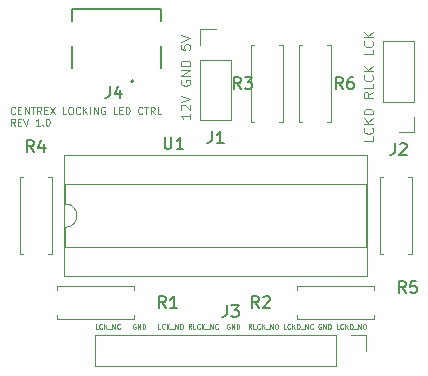
<source format=gbr>
G04 #@! TF.GenerationSoftware,KiCad,Pcbnew,(5.1.4)-1*
G04 #@! TF.CreationDate,2019-09-17T16:39:36-04:00*
G04 #@! TF.ProjectId,led_lock_ctrl,6c65645f-6c6f-4636-9b5f-6374726c2e6b,rev?*
G04 #@! TF.SameCoordinates,Original*
G04 #@! TF.FileFunction,Legend,Top*
G04 #@! TF.FilePolarity,Positive*
%FSLAX46Y46*%
G04 Gerber Fmt 4.6, Leading zero omitted, Abs format (unit mm)*
G04 Created by KiCad (PCBNEW (5.1.4)-1) date 2019-09-17 16:39:36*
%MOMM*%
%LPD*%
G04 APERTURE LIST*
%ADD10C,0.080000*%
%ADD11C,0.060000*%
%ADD12C,0.120000*%
%ADD13C,0.127000*%
%ADD14C,0.200000*%
%ADD15C,0.150000*%
%ADD16C,0.050000*%
G04 APERTURE END LIST*
D10*
X164367714Y-96498285D02*
X164339142Y-96526857D01*
X164253428Y-96555428D01*
X164196285Y-96555428D01*
X164110571Y-96526857D01*
X164053428Y-96469714D01*
X164024857Y-96412571D01*
X163996285Y-96298285D01*
X163996285Y-96212571D01*
X164024857Y-96098285D01*
X164053428Y-96041142D01*
X164110571Y-95984000D01*
X164196285Y-95955428D01*
X164253428Y-95955428D01*
X164339142Y-95984000D01*
X164367714Y-96012571D01*
X164624857Y-96241142D02*
X164824857Y-96241142D01*
X164910571Y-96555428D02*
X164624857Y-96555428D01*
X164624857Y-95955428D01*
X164910571Y-95955428D01*
X165167714Y-96555428D02*
X165167714Y-95955428D01*
X165510571Y-96555428D01*
X165510571Y-95955428D01*
X165710571Y-95955428D02*
X166053428Y-95955428D01*
X165882000Y-96555428D02*
X165882000Y-95955428D01*
X166596285Y-96555428D02*
X166396285Y-96269714D01*
X166253428Y-96555428D02*
X166253428Y-95955428D01*
X166482000Y-95955428D01*
X166539142Y-95984000D01*
X166567714Y-96012571D01*
X166596285Y-96069714D01*
X166596285Y-96155428D01*
X166567714Y-96212571D01*
X166539142Y-96241142D01*
X166482000Y-96269714D01*
X166253428Y-96269714D01*
X166853428Y-96241142D02*
X167053428Y-96241142D01*
X167139142Y-96555428D02*
X166853428Y-96555428D01*
X166853428Y-95955428D01*
X167139142Y-95955428D01*
X167339142Y-95955428D02*
X167739142Y-96555428D01*
X167739142Y-95955428D02*
X167339142Y-96555428D01*
X168710571Y-96555428D02*
X168424857Y-96555428D01*
X168424857Y-95955428D01*
X169024857Y-95955428D02*
X169139142Y-95955428D01*
X169196285Y-95984000D01*
X169253428Y-96041142D01*
X169282000Y-96155428D01*
X169282000Y-96355428D01*
X169253428Y-96469714D01*
X169196285Y-96526857D01*
X169139142Y-96555428D01*
X169024857Y-96555428D01*
X168967714Y-96526857D01*
X168910571Y-96469714D01*
X168882000Y-96355428D01*
X168882000Y-96155428D01*
X168910571Y-96041142D01*
X168967714Y-95984000D01*
X169024857Y-95955428D01*
X169882000Y-96498285D02*
X169853428Y-96526857D01*
X169767714Y-96555428D01*
X169710571Y-96555428D01*
X169624857Y-96526857D01*
X169567714Y-96469714D01*
X169539142Y-96412571D01*
X169510571Y-96298285D01*
X169510571Y-96212571D01*
X169539142Y-96098285D01*
X169567714Y-96041142D01*
X169624857Y-95984000D01*
X169710571Y-95955428D01*
X169767714Y-95955428D01*
X169853428Y-95984000D01*
X169882000Y-96012571D01*
X170139142Y-96555428D02*
X170139142Y-95955428D01*
X170482000Y-96555428D02*
X170224857Y-96212571D01*
X170482000Y-95955428D02*
X170139142Y-96298285D01*
X170739142Y-96555428D02*
X170739142Y-95955428D01*
X171024857Y-96555428D02*
X171024857Y-95955428D01*
X171367714Y-96555428D01*
X171367714Y-95955428D01*
X171967714Y-95984000D02*
X171910571Y-95955428D01*
X171824857Y-95955428D01*
X171739142Y-95984000D01*
X171682000Y-96041142D01*
X171653428Y-96098285D01*
X171624857Y-96212571D01*
X171624857Y-96298285D01*
X171653428Y-96412571D01*
X171682000Y-96469714D01*
X171739142Y-96526857D01*
X171824857Y-96555428D01*
X171882000Y-96555428D01*
X171967714Y-96526857D01*
X171996285Y-96498285D01*
X171996285Y-96298285D01*
X171882000Y-96298285D01*
X172996285Y-96555428D02*
X172710571Y-96555428D01*
X172710571Y-95955428D01*
X173196285Y-96241142D02*
X173396285Y-96241142D01*
X173482000Y-96555428D02*
X173196285Y-96555428D01*
X173196285Y-95955428D01*
X173482000Y-95955428D01*
X173739142Y-96555428D02*
X173739142Y-95955428D01*
X173882000Y-95955428D01*
X173967714Y-95984000D01*
X174024857Y-96041142D01*
X174053428Y-96098285D01*
X174082000Y-96212571D01*
X174082000Y-96298285D01*
X174053428Y-96412571D01*
X174024857Y-96469714D01*
X173967714Y-96526857D01*
X173882000Y-96555428D01*
X173739142Y-96555428D01*
X175139142Y-96498285D02*
X175110571Y-96526857D01*
X175024857Y-96555428D01*
X174967714Y-96555428D01*
X174882000Y-96526857D01*
X174824857Y-96469714D01*
X174796285Y-96412571D01*
X174767714Y-96298285D01*
X174767714Y-96212571D01*
X174796285Y-96098285D01*
X174824857Y-96041142D01*
X174882000Y-95984000D01*
X174967714Y-95955428D01*
X175024857Y-95955428D01*
X175110571Y-95984000D01*
X175139142Y-96012571D01*
X175310571Y-95955428D02*
X175653428Y-95955428D01*
X175482000Y-96555428D02*
X175482000Y-95955428D01*
X176196285Y-96555428D02*
X175996285Y-96269714D01*
X175853428Y-96555428D02*
X175853428Y-95955428D01*
X176082000Y-95955428D01*
X176139142Y-95984000D01*
X176167714Y-96012571D01*
X176196285Y-96069714D01*
X176196285Y-96155428D01*
X176167714Y-96212571D01*
X176139142Y-96241142D01*
X176082000Y-96269714D01*
X175853428Y-96269714D01*
X176739142Y-96555428D02*
X176453428Y-96555428D01*
X176453428Y-95955428D01*
X164367714Y-97535428D02*
X164167714Y-97249714D01*
X164024857Y-97535428D02*
X164024857Y-96935428D01*
X164253428Y-96935428D01*
X164310571Y-96964000D01*
X164339142Y-96992571D01*
X164367714Y-97049714D01*
X164367714Y-97135428D01*
X164339142Y-97192571D01*
X164310571Y-97221142D01*
X164253428Y-97249714D01*
X164024857Y-97249714D01*
X164624857Y-97221142D02*
X164824857Y-97221142D01*
X164910571Y-97535428D02*
X164624857Y-97535428D01*
X164624857Y-96935428D01*
X164910571Y-96935428D01*
X165082000Y-96935428D02*
X165282000Y-97535428D01*
X165482000Y-96935428D01*
X166453428Y-97535428D02*
X166110571Y-97535428D01*
X166282000Y-97535428D02*
X166282000Y-96935428D01*
X166224857Y-97021142D01*
X166167714Y-97078285D01*
X166110571Y-97106857D01*
X166710571Y-97478285D02*
X166739142Y-97506857D01*
X166710571Y-97535428D01*
X166682000Y-97506857D01*
X166710571Y-97478285D01*
X166710571Y-97535428D01*
X167110571Y-96935428D02*
X167167714Y-96935428D01*
X167224857Y-96964000D01*
X167253428Y-96992571D01*
X167282000Y-97049714D01*
X167310571Y-97164000D01*
X167310571Y-97306857D01*
X167282000Y-97421142D01*
X167253428Y-97478285D01*
X167224857Y-97506857D01*
X167167714Y-97535428D01*
X167110571Y-97535428D01*
X167053428Y-97506857D01*
X167024857Y-97478285D01*
X166996285Y-97421142D01*
X166967714Y-97306857D01*
X166967714Y-97164000D01*
X166996285Y-97049714D01*
X167024857Y-96992571D01*
X167053428Y-96964000D01*
X167110571Y-96935428D01*
D11*
X171378380Y-114734952D02*
X171187904Y-114734952D01*
X171187904Y-114334952D01*
X171740285Y-114696857D02*
X171721238Y-114715904D01*
X171664095Y-114734952D01*
X171626000Y-114734952D01*
X171568857Y-114715904D01*
X171530761Y-114677809D01*
X171511714Y-114639714D01*
X171492666Y-114563523D01*
X171492666Y-114506380D01*
X171511714Y-114430190D01*
X171530761Y-114392095D01*
X171568857Y-114354000D01*
X171626000Y-114334952D01*
X171664095Y-114334952D01*
X171721238Y-114354000D01*
X171740285Y-114373047D01*
X171911714Y-114734952D02*
X171911714Y-114334952D01*
X172140285Y-114734952D02*
X171968857Y-114506380D01*
X172140285Y-114334952D02*
X171911714Y-114563523D01*
X172216476Y-114773047D02*
X172521238Y-114773047D01*
X172616476Y-114734952D02*
X172616476Y-114334952D01*
X172845047Y-114734952D01*
X172845047Y-114334952D01*
X173264095Y-114696857D02*
X173245047Y-114715904D01*
X173187904Y-114734952D01*
X173149809Y-114734952D01*
X173092666Y-114715904D01*
X173054571Y-114677809D01*
X173035523Y-114639714D01*
X173016476Y-114563523D01*
X173016476Y-114506380D01*
X173035523Y-114430190D01*
X173054571Y-114392095D01*
X173092666Y-114354000D01*
X173149809Y-114334952D01*
X173187904Y-114334952D01*
X173245047Y-114354000D01*
X173264095Y-114373047D01*
X174559333Y-114354000D02*
X174521238Y-114334952D01*
X174464095Y-114334952D01*
X174406952Y-114354000D01*
X174368857Y-114392095D01*
X174349809Y-114430190D01*
X174330761Y-114506380D01*
X174330761Y-114563523D01*
X174349809Y-114639714D01*
X174368857Y-114677809D01*
X174406952Y-114715904D01*
X174464095Y-114734952D01*
X174502190Y-114734952D01*
X174559333Y-114715904D01*
X174578380Y-114696857D01*
X174578380Y-114563523D01*
X174502190Y-114563523D01*
X174749809Y-114734952D02*
X174749809Y-114334952D01*
X174978380Y-114734952D01*
X174978380Y-114334952D01*
X175168857Y-114734952D02*
X175168857Y-114334952D01*
X175264095Y-114334952D01*
X175321238Y-114354000D01*
X175359333Y-114392095D01*
X175378380Y-114430190D01*
X175397428Y-114506380D01*
X175397428Y-114563523D01*
X175378380Y-114639714D01*
X175359333Y-114677809D01*
X175321238Y-114715904D01*
X175264095Y-114734952D01*
X175168857Y-114734952D01*
X176673619Y-114734952D02*
X176483142Y-114734952D01*
X176483142Y-114334952D01*
X177035523Y-114696857D02*
X177016476Y-114715904D01*
X176959333Y-114734952D01*
X176921238Y-114734952D01*
X176864095Y-114715904D01*
X176826000Y-114677809D01*
X176806952Y-114639714D01*
X176787904Y-114563523D01*
X176787904Y-114506380D01*
X176806952Y-114430190D01*
X176826000Y-114392095D01*
X176864095Y-114354000D01*
X176921238Y-114334952D01*
X176959333Y-114334952D01*
X177016476Y-114354000D01*
X177035523Y-114373047D01*
X177206952Y-114734952D02*
X177206952Y-114334952D01*
X177435523Y-114734952D02*
X177264095Y-114506380D01*
X177435523Y-114334952D02*
X177206952Y-114563523D01*
X177511714Y-114773047D02*
X177816476Y-114773047D01*
X177911714Y-114734952D02*
X177911714Y-114334952D01*
X178140285Y-114734952D01*
X178140285Y-114334952D01*
X178406952Y-114334952D02*
X178483142Y-114334952D01*
X178521238Y-114354000D01*
X178559333Y-114392095D01*
X178578380Y-114468285D01*
X178578380Y-114601619D01*
X178559333Y-114677809D01*
X178521238Y-114715904D01*
X178483142Y-114734952D01*
X178406952Y-114734952D01*
X178368857Y-114715904D01*
X178330761Y-114677809D01*
X178311714Y-114601619D01*
X178311714Y-114468285D01*
X178330761Y-114392095D01*
X178368857Y-114354000D01*
X178406952Y-114334952D01*
X179283142Y-114734952D02*
X179149809Y-114544476D01*
X179054571Y-114734952D02*
X179054571Y-114334952D01*
X179206952Y-114334952D01*
X179245047Y-114354000D01*
X179264095Y-114373047D01*
X179283142Y-114411142D01*
X179283142Y-114468285D01*
X179264095Y-114506380D01*
X179245047Y-114525428D01*
X179206952Y-114544476D01*
X179054571Y-114544476D01*
X179645047Y-114734952D02*
X179454571Y-114734952D01*
X179454571Y-114334952D01*
X180006952Y-114696857D02*
X179987904Y-114715904D01*
X179930761Y-114734952D01*
X179892666Y-114734952D01*
X179835523Y-114715904D01*
X179797428Y-114677809D01*
X179778380Y-114639714D01*
X179759333Y-114563523D01*
X179759333Y-114506380D01*
X179778380Y-114430190D01*
X179797428Y-114392095D01*
X179835523Y-114354000D01*
X179892666Y-114334952D01*
X179930761Y-114334952D01*
X179987904Y-114354000D01*
X180006952Y-114373047D01*
X180178380Y-114734952D02*
X180178380Y-114334952D01*
X180406952Y-114734952D02*
X180235523Y-114506380D01*
X180406952Y-114334952D02*
X180178380Y-114563523D01*
X180483142Y-114773047D02*
X180787904Y-114773047D01*
X180883142Y-114734952D02*
X180883142Y-114334952D01*
X181111714Y-114734952D01*
X181111714Y-114334952D01*
X181530761Y-114696857D02*
X181511714Y-114715904D01*
X181454571Y-114734952D01*
X181416476Y-114734952D01*
X181359333Y-114715904D01*
X181321238Y-114677809D01*
X181302190Y-114639714D01*
X181283142Y-114563523D01*
X181283142Y-114506380D01*
X181302190Y-114430190D01*
X181321238Y-114392095D01*
X181359333Y-114354000D01*
X181416476Y-114334952D01*
X181454571Y-114334952D01*
X181511714Y-114354000D01*
X181530761Y-114373047D01*
X182521238Y-114354000D02*
X182483142Y-114334952D01*
X182426000Y-114334952D01*
X182368857Y-114354000D01*
X182330761Y-114392095D01*
X182311714Y-114430190D01*
X182292666Y-114506380D01*
X182292666Y-114563523D01*
X182311714Y-114639714D01*
X182330761Y-114677809D01*
X182368857Y-114715904D01*
X182426000Y-114734952D01*
X182464095Y-114734952D01*
X182521238Y-114715904D01*
X182540285Y-114696857D01*
X182540285Y-114563523D01*
X182464095Y-114563523D01*
X182711714Y-114734952D02*
X182711714Y-114334952D01*
X182940285Y-114734952D01*
X182940285Y-114334952D01*
X183130761Y-114734952D02*
X183130761Y-114334952D01*
X183226000Y-114334952D01*
X183283142Y-114354000D01*
X183321238Y-114392095D01*
X183340285Y-114430190D01*
X183359333Y-114506380D01*
X183359333Y-114563523D01*
X183340285Y-114639714D01*
X183321238Y-114677809D01*
X183283142Y-114715904D01*
X183226000Y-114734952D01*
X183130761Y-114734952D01*
X184368857Y-114734952D02*
X184235523Y-114544476D01*
X184140285Y-114734952D02*
X184140285Y-114334952D01*
X184292666Y-114334952D01*
X184330761Y-114354000D01*
X184349809Y-114373047D01*
X184368857Y-114411142D01*
X184368857Y-114468285D01*
X184349809Y-114506380D01*
X184330761Y-114525428D01*
X184292666Y-114544476D01*
X184140285Y-114544476D01*
X184730761Y-114734952D02*
X184540285Y-114734952D01*
X184540285Y-114334952D01*
X185092666Y-114696857D02*
X185073619Y-114715904D01*
X185016476Y-114734952D01*
X184978380Y-114734952D01*
X184921238Y-114715904D01*
X184883142Y-114677809D01*
X184864095Y-114639714D01*
X184845047Y-114563523D01*
X184845047Y-114506380D01*
X184864095Y-114430190D01*
X184883142Y-114392095D01*
X184921238Y-114354000D01*
X184978380Y-114334952D01*
X185016476Y-114334952D01*
X185073619Y-114354000D01*
X185092666Y-114373047D01*
X185264095Y-114734952D02*
X185264095Y-114334952D01*
X185492666Y-114734952D02*
X185321238Y-114506380D01*
X185492666Y-114334952D02*
X185264095Y-114563523D01*
X185568857Y-114773047D02*
X185873619Y-114773047D01*
X185968857Y-114734952D02*
X185968857Y-114334952D01*
X186197428Y-114734952D01*
X186197428Y-114334952D01*
X186464095Y-114334952D02*
X186540285Y-114334952D01*
X186578380Y-114354000D01*
X186616476Y-114392095D01*
X186635523Y-114468285D01*
X186635523Y-114601619D01*
X186616476Y-114677809D01*
X186578380Y-114715904D01*
X186540285Y-114734952D01*
X186464095Y-114734952D01*
X186426000Y-114715904D01*
X186387904Y-114677809D01*
X186368857Y-114601619D01*
X186368857Y-114468285D01*
X186387904Y-114392095D01*
X186426000Y-114354000D01*
X186464095Y-114334952D01*
X187302190Y-114734952D02*
X187111714Y-114734952D01*
X187111714Y-114334952D01*
X187664095Y-114696857D02*
X187645047Y-114715904D01*
X187587904Y-114734952D01*
X187549809Y-114734952D01*
X187492666Y-114715904D01*
X187454571Y-114677809D01*
X187435523Y-114639714D01*
X187416476Y-114563523D01*
X187416476Y-114506380D01*
X187435523Y-114430190D01*
X187454571Y-114392095D01*
X187492666Y-114354000D01*
X187549809Y-114334952D01*
X187587904Y-114334952D01*
X187645047Y-114354000D01*
X187664095Y-114373047D01*
X187835523Y-114734952D02*
X187835523Y-114334952D01*
X188064095Y-114734952D02*
X187892666Y-114506380D01*
X188064095Y-114334952D02*
X187835523Y-114563523D01*
X188235523Y-114734952D02*
X188235523Y-114334952D01*
X188330761Y-114334952D01*
X188387904Y-114354000D01*
X188426000Y-114392095D01*
X188445047Y-114430190D01*
X188464095Y-114506380D01*
X188464095Y-114563523D01*
X188445047Y-114639714D01*
X188426000Y-114677809D01*
X188387904Y-114715904D01*
X188330761Y-114734952D01*
X188235523Y-114734952D01*
X188540285Y-114773047D02*
X188845047Y-114773047D01*
X188940285Y-114734952D02*
X188940285Y-114334952D01*
X189168857Y-114734952D01*
X189168857Y-114334952D01*
X189587904Y-114696857D02*
X189568857Y-114715904D01*
X189511714Y-114734952D01*
X189473619Y-114734952D01*
X189416476Y-114715904D01*
X189378380Y-114677809D01*
X189359333Y-114639714D01*
X189340285Y-114563523D01*
X189340285Y-114506380D01*
X189359333Y-114430190D01*
X189378380Y-114392095D01*
X189416476Y-114354000D01*
X189473619Y-114334952D01*
X189511714Y-114334952D01*
X189568857Y-114354000D01*
X189587904Y-114373047D01*
X190273619Y-114354000D02*
X190235523Y-114334952D01*
X190178380Y-114334952D01*
X190121238Y-114354000D01*
X190083142Y-114392095D01*
X190064095Y-114430190D01*
X190045047Y-114506380D01*
X190045047Y-114563523D01*
X190064095Y-114639714D01*
X190083142Y-114677809D01*
X190121238Y-114715904D01*
X190178380Y-114734952D01*
X190216476Y-114734952D01*
X190273619Y-114715904D01*
X190292666Y-114696857D01*
X190292666Y-114563523D01*
X190216476Y-114563523D01*
X190464095Y-114734952D02*
X190464095Y-114334952D01*
X190692666Y-114734952D01*
X190692666Y-114334952D01*
X190883142Y-114734952D02*
X190883142Y-114334952D01*
X190978380Y-114334952D01*
X191035523Y-114354000D01*
X191073619Y-114392095D01*
X191092666Y-114430190D01*
X191111714Y-114506380D01*
X191111714Y-114563523D01*
X191092666Y-114639714D01*
X191073619Y-114677809D01*
X191035523Y-114715904D01*
X190978380Y-114734952D01*
X190883142Y-114734952D01*
X191778380Y-114734952D02*
X191587904Y-114734952D01*
X191587904Y-114334952D01*
X192140285Y-114696857D02*
X192121238Y-114715904D01*
X192064095Y-114734952D01*
X192026000Y-114734952D01*
X191968857Y-114715904D01*
X191930761Y-114677809D01*
X191911714Y-114639714D01*
X191892666Y-114563523D01*
X191892666Y-114506380D01*
X191911714Y-114430190D01*
X191930761Y-114392095D01*
X191968857Y-114354000D01*
X192026000Y-114334952D01*
X192064095Y-114334952D01*
X192121238Y-114354000D01*
X192140285Y-114373047D01*
X192311714Y-114734952D02*
X192311714Y-114334952D01*
X192540285Y-114734952D02*
X192368857Y-114506380D01*
X192540285Y-114334952D02*
X192311714Y-114563523D01*
X192711714Y-114734952D02*
X192711714Y-114334952D01*
X192806952Y-114334952D01*
X192864095Y-114354000D01*
X192902190Y-114392095D01*
X192921238Y-114430190D01*
X192940285Y-114506380D01*
X192940285Y-114563523D01*
X192921238Y-114639714D01*
X192902190Y-114677809D01*
X192864095Y-114715904D01*
X192806952Y-114734952D01*
X192711714Y-114734952D01*
X193016476Y-114773047D02*
X193321238Y-114773047D01*
X193416476Y-114734952D02*
X193416476Y-114334952D01*
X193645047Y-114734952D01*
X193645047Y-114334952D01*
X193911714Y-114334952D02*
X193987904Y-114334952D01*
X194026000Y-114354000D01*
X194064095Y-114392095D01*
X194083142Y-114468285D01*
X194083142Y-114601619D01*
X194064095Y-114677809D01*
X194026000Y-114715904D01*
X193987904Y-114734952D01*
X193911714Y-114734952D01*
X193873619Y-114715904D01*
X193835523Y-114677809D01*
X193816476Y-114601619D01*
X193816476Y-114468285D01*
X193835523Y-114392095D01*
X193873619Y-114354000D01*
X193911714Y-114334952D01*
D12*
X194671904Y-98443523D02*
X194671904Y-98824476D01*
X193871904Y-98824476D01*
X194595714Y-97719714D02*
X194633809Y-97757809D01*
X194671904Y-97872095D01*
X194671904Y-97948285D01*
X194633809Y-98062571D01*
X194557619Y-98138761D01*
X194481428Y-98176857D01*
X194329047Y-98214952D01*
X194214761Y-98214952D01*
X194062380Y-98176857D01*
X193986190Y-98138761D01*
X193910000Y-98062571D01*
X193871904Y-97948285D01*
X193871904Y-97872095D01*
X193910000Y-97757809D01*
X193948095Y-97719714D01*
X194671904Y-97376857D02*
X193871904Y-97376857D01*
X194671904Y-96919714D02*
X194214761Y-97262571D01*
X193871904Y-96919714D02*
X194329047Y-97376857D01*
X194671904Y-96576857D02*
X193871904Y-96576857D01*
X193871904Y-96386380D01*
X193910000Y-96272095D01*
X193986190Y-96195904D01*
X194062380Y-96157809D01*
X194214761Y-96119714D01*
X194329047Y-96119714D01*
X194481428Y-96157809D01*
X194557619Y-96195904D01*
X194633809Y-96272095D01*
X194671904Y-96386380D01*
X194671904Y-96576857D01*
X194671904Y-94710190D02*
X194290952Y-94976857D01*
X194671904Y-95167333D02*
X193871904Y-95167333D01*
X193871904Y-94862571D01*
X193910000Y-94786380D01*
X193948095Y-94748285D01*
X194024285Y-94710190D01*
X194138571Y-94710190D01*
X194214761Y-94748285D01*
X194252857Y-94786380D01*
X194290952Y-94862571D01*
X194290952Y-95167333D01*
X194671904Y-93986380D02*
X194671904Y-94367333D01*
X193871904Y-94367333D01*
X194595714Y-93262571D02*
X194633809Y-93300666D01*
X194671904Y-93414952D01*
X194671904Y-93491142D01*
X194633809Y-93605428D01*
X194557619Y-93681619D01*
X194481428Y-93719714D01*
X194329047Y-93757809D01*
X194214761Y-93757809D01*
X194062380Y-93719714D01*
X193986190Y-93681619D01*
X193910000Y-93605428D01*
X193871904Y-93491142D01*
X193871904Y-93414952D01*
X193910000Y-93300666D01*
X193948095Y-93262571D01*
X194671904Y-92919714D02*
X193871904Y-92919714D01*
X194671904Y-92462571D02*
X194214761Y-92805428D01*
X193871904Y-92462571D02*
X194329047Y-92919714D01*
X194671904Y-91129238D02*
X194671904Y-91510190D01*
X193871904Y-91510190D01*
X194595714Y-90405428D02*
X194633809Y-90443523D01*
X194671904Y-90557809D01*
X194671904Y-90634000D01*
X194633809Y-90748285D01*
X194557619Y-90824476D01*
X194481428Y-90862571D01*
X194329047Y-90900666D01*
X194214761Y-90900666D01*
X194062380Y-90862571D01*
X193986190Y-90824476D01*
X193910000Y-90748285D01*
X193871904Y-90634000D01*
X193871904Y-90557809D01*
X193910000Y-90443523D01*
X193948095Y-90405428D01*
X194671904Y-90062571D02*
X193871904Y-90062571D01*
X194671904Y-89605428D02*
X194214761Y-89948285D01*
X193871904Y-89605428D02*
X194329047Y-90062571D01*
X179177904Y-96519619D02*
X179177904Y-96976761D01*
X179177904Y-96748190D02*
X178377904Y-96748190D01*
X178492190Y-96824380D01*
X178568380Y-96900571D01*
X178606476Y-96976761D01*
X178454095Y-96214857D02*
X178416000Y-96176761D01*
X178377904Y-96100571D01*
X178377904Y-95910095D01*
X178416000Y-95833904D01*
X178454095Y-95795809D01*
X178530285Y-95757714D01*
X178606476Y-95757714D01*
X178720761Y-95795809D01*
X179177904Y-96252952D01*
X179177904Y-95757714D01*
X178377904Y-95529142D02*
X179177904Y-95262476D01*
X178377904Y-94995809D01*
X178416000Y-93700571D02*
X178377904Y-93776761D01*
X178377904Y-93891047D01*
X178416000Y-94005333D01*
X178492190Y-94081523D01*
X178568380Y-94119619D01*
X178720761Y-94157714D01*
X178835047Y-94157714D01*
X178987428Y-94119619D01*
X179063619Y-94081523D01*
X179139809Y-94005333D01*
X179177904Y-93891047D01*
X179177904Y-93814857D01*
X179139809Y-93700571D01*
X179101714Y-93662476D01*
X178835047Y-93662476D01*
X178835047Y-93814857D01*
X179177904Y-93319619D02*
X178377904Y-93319619D01*
X179177904Y-92862476D01*
X178377904Y-92862476D01*
X179177904Y-92481523D02*
X178377904Y-92481523D01*
X178377904Y-92291047D01*
X178416000Y-92176761D01*
X178492190Y-92100571D01*
X178568380Y-92062476D01*
X178720761Y-92024380D01*
X178835047Y-92024380D01*
X178987428Y-92062476D01*
X179063619Y-92100571D01*
X179139809Y-92176761D01*
X179177904Y-92291047D01*
X179177904Y-92481523D01*
X178377904Y-90691047D02*
X178377904Y-91072000D01*
X178758857Y-91110095D01*
X178720761Y-91072000D01*
X178682666Y-90995809D01*
X178682666Y-90805333D01*
X178720761Y-90729142D01*
X178758857Y-90691047D01*
X178835047Y-90652952D01*
X179025523Y-90652952D01*
X179101714Y-90691047D01*
X179139809Y-90729142D01*
X179177904Y-90805333D01*
X179177904Y-90995809D01*
X179139809Y-91072000D01*
X179101714Y-91110095D01*
X178377904Y-90424380D02*
X179177904Y-90157714D01*
X178377904Y-89891047D01*
X180026000Y-89348000D02*
X181356000Y-89348000D01*
X180026000Y-90678000D02*
X180026000Y-89348000D01*
X180026000Y-91948000D02*
X182686000Y-91948000D01*
X182686000Y-91948000D02*
X182686000Y-97088000D01*
X180026000Y-91948000D02*
X180026000Y-97088000D01*
X180026000Y-97088000D02*
X182686000Y-97088000D01*
X168536000Y-100016000D02*
X168536000Y-110296000D01*
X194176000Y-100016000D02*
X168536000Y-100016000D01*
X194176000Y-110296000D02*
X194176000Y-100016000D01*
X168536000Y-110296000D02*
X194176000Y-110296000D01*
X168596000Y-102506000D02*
X168596000Y-104156000D01*
X194116000Y-102506000D02*
X168596000Y-102506000D01*
X194116000Y-107806000D02*
X194116000Y-102506000D01*
X168596000Y-107806000D02*
X194116000Y-107806000D01*
X168596000Y-106156000D02*
X168596000Y-107806000D01*
X168596000Y-104156000D02*
G75*
G02X168596000Y-106156000I0J-1000000D01*
G01*
X188368000Y-97250000D02*
X188698000Y-97250000D01*
X188368000Y-90710000D02*
X188368000Y-97250000D01*
X188698000Y-90710000D02*
X188368000Y-90710000D01*
X191108000Y-97250000D02*
X190778000Y-97250000D01*
X191108000Y-90710000D02*
X191108000Y-97250000D01*
X190778000Y-90710000D02*
X191108000Y-90710000D01*
X195226000Y-108426000D02*
X195556000Y-108426000D01*
X195226000Y-101886000D02*
X195226000Y-108426000D01*
X195556000Y-101886000D02*
X195226000Y-101886000D01*
X197966000Y-108426000D02*
X197636000Y-108426000D01*
X197966000Y-101886000D02*
X197966000Y-108426000D01*
X197636000Y-101886000D02*
X197966000Y-101886000D01*
X164746000Y-108426000D02*
X165076000Y-108426000D01*
X164746000Y-101886000D02*
X164746000Y-108426000D01*
X165076000Y-101886000D02*
X164746000Y-101886000D01*
X167486000Y-108426000D02*
X167156000Y-108426000D01*
X167486000Y-101886000D02*
X167486000Y-108426000D01*
X167156000Y-101886000D02*
X167486000Y-101886000D01*
X187044000Y-90710000D02*
X186714000Y-90710000D01*
X187044000Y-97250000D02*
X187044000Y-90710000D01*
X186714000Y-97250000D02*
X187044000Y-97250000D01*
X184304000Y-90710000D02*
X184634000Y-90710000D01*
X184304000Y-97250000D02*
X184304000Y-90710000D01*
X184634000Y-97250000D02*
X184304000Y-97250000D01*
X194786000Y-113892000D02*
X194786000Y-113562000D01*
X188246000Y-113892000D02*
X194786000Y-113892000D01*
X188246000Y-113562000D02*
X188246000Y-113892000D01*
X194786000Y-111152000D02*
X194786000Y-111482000D01*
X188246000Y-111152000D02*
X194786000Y-111152000D01*
X188246000Y-111482000D02*
X188246000Y-111152000D01*
X167926000Y-111152000D02*
X167926000Y-111482000D01*
X174466000Y-111152000D02*
X167926000Y-111152000D01*
X174466000Y-111482000D02*
X174466000Y-111152000D01*
X167926000Y-113892000D02*
X167926000Y-113562000D01*
X174466000Y-113892000D02*
X167926000Y-113892000D01*
X174466000Y-113562000D02*
X174466000Y-113892000D01*
D13*
X176724000Y-87670000D02*
X176724000Y-88720000D01*
X169224000Y-87670000D02*
X176724000Y-87670000D01*
X169224000Y-88720000D02*
X169224000Y-87670000D01*
D14*
X174374000Y-93770000D02*
G75*
G03X174374000Y-93770000I-100000J0D01*
G01*
D13*
X169224000Y-92670000D02*
X169224000Y-90820000D01*
X176724000Y-90820000D02*
X176724000Y-92670000D01*
D12*
X194116000Y-115256000D02*
X194116000Y-116586000D01*
X192786000Y-115256000D02*
X194116000Y-115256000D01*
X191516000Y-115256000D02*
X191516000Y-117916000D01*
X191516000Y-117916000D02*
X171136000Y-117916000D01*
X191516000Y-115256000D02*
X171136000Y-115256000D01*
X171136000Y-115256000D02*
X171136000Y-117916000D01*
X198180000Y-98104000D02*
X196850000Y-98104000D01*
X198180000Y-96774000D02*
X198180000Y-98104000D01*
X198180000Y-95504000D02*
X195520000Y-95504000D01*
X195520000Y-95504000D02*
X195520000Y-90364000D01*
X198180000Y-95504000D02*
X198180000Y-90364000D01*
X198180000Y-90364000D02*
X195520000Y-90364000D01*
D15*
X181022666Y-98004380D02*
X181022666Y-98718666D01*
X180975047Y-98861523D01*
X180879809Y-98956761D01*
X180736952Y-99004380D01*
X180641714Y-99004380D01*
X182022666Y-99004380D02*
X181451238Y-99004380D01*
X181736952Y-99004380D02*
X181736952Y-98004380D01*
X181641714Y-98147238D01*
X181546476Y-98242476D01*
X181451238Y-98290095D01*
X177038095Y-98512380D02*
X177038095Y-99321904D01*
X177085714Y-99417142D01*
X177133333Y-99464761D01*
X177228571Y-99512380D01*
X177419047Y-99512380D01*
X177514285Y-99464761D01*
X177561904Y-99417142D01*
X177609523Y-99321904D01*
X177609523Y-98512380D01*
X178609523Y-99512380D02*
X178038095Y-99512380D01*
X178323809Y-99512380D02*
X178323809Y-98512380D01*
X178228571Y-98655238D01*
X178133333Y-98750476D01*
X178038095Y-98798095D01*
X192111333Y-94432380D02*
X191778000Y-93956190D01*
X191539904Y-94432380D02*
X191539904Y-93432380D01*
X191920857Y-93432380D01*
X192016095Y-93480000D01*
X192063714Y-93527619D01*
X192111333Y-93622857D01*
X192111333Y-93765714D01*
X192063714Y-93860952D01*
X192016095Y-93908571D01*
X191920857Y-93956190D01*
X191539904Y-93956190D01*
X192968476Y-93432380D02*
X192778000Y-93432380D01*
X192682761Y-93480000D01*
X192635142Y-93527619D01*
X192539904Y-93670476D01*
X192492285Y-93860952D01*
X192492285Y-94241904D01*
X192539904Y-94337142D01*
X192587523Y-94384761D01*
X192682761Y-94432380D01*
X192873238Y-94432380D01*
X192968476Y-94384761D01*
X193016095Y-94337142D01*
X193063714Y-94241904D01*
X193063714Y-94003809D01*
X193016095Y-93908571D01*
X192968476Y-93860952D01*
X192873238Y-93813333D01*
X192682761Y-93813333D01*
X192587523Y-93860952D01*
X192539904Y-93908571D01*
X192492285Y-94003809D01*
X197445333Y-111704380D02*
X197112000Y-111228190D01*
X196873904Y-111704380D02*
X196873904Y-110704380D01*
X197254857Y-110704380D01*
X197350095Y-110752000D01*
X197397714Y-110799619D01*
X197445333Y-110894857D01*
X197445333Y-111037714D01*
X197397714Y-111132952D01*
X197350095Y-111180571D01*
X197254857Y-111228190D01*
X196873904Y-111228190D01*
X198350095Y-110704380D02*
X197873904Y-110704380D01*
X197826285Y-111180571D01*
X197873904Y-111132952D01*
X197969142Y-111085333D01*
X198207238Y-111085333D01*
X198302476Y-111132952D01*
X198350095Y-111180571D01*
X198397714Y-111275809D01*
X198397714Y-111513904D01*
X198350095Y-111609142D01*
X198302476Y-111656761D01*
X198207238Y-111704380D01*
X197969142Y-111704380D01*
X197873904Y-111656761D01*
X197826285Y-111609142D01*
X165949333Y-99766380D02*
X165616000Y-99290190D01*
X165377904Y-99766380D02*
X165377904Y-98766380D01*
X165758857Y-98766380D01*
X165854095Y-98814000D01*
X165901714Y-98861619D01*
X165949333Y-98956857D01*
X165949333Y-99099714D01*
X165901714Y-99194952D01*
X165854095Y-99242571D01*
X165758857Y-99290190D01*
X165377904Y-99290190D01*
X166806476Y-99099714D02*
X166806476Y-99766380D01*
X166568380Y-98718761D02*
X166330285Y-99433047D01*
X166949333Y-99433047D01*
X183475333Y-94432380D02*
X183142000Y-93956190D01*
X182903904Y-94432380D02*
X182903904Y-93432380D01*
X183284857Y-93432380D01*
X183380095Y-93480000D01*
X183427714Y-93527619D01*
X183475333Y-93622857D01*
X183475333Y-93765714D01*
X183427714Y-93860952D01*
X183380095Y-93908571D01*
X183284857Y-93956190D01*
X182903904Y-93956190D01*
X183808666Y-93432380D02*
X184427714Y-93432380D01*
X184094380Y-93813333D01*
X184237238Y-93813333D01*
X184332476Y-93860952D01*
X184380095Y-93908571D01*
X184427714Y-94003809D01*
X184427714Y-94241904D01*
X184380095Y-94337142D01*
X184332476Y-94384761D01*
X184237238Y-94432380D01*
X183951523Y-94432380D01*
X183856285Y-94384761D01*
X183808666Y-94337142D01*
X184999333Y-112974380D02*
X184666000Y-112498190D01*
X184427904Y-112974380D02*
X184427904Y-111974380D01*
X184808857Y-111974380D01*
X184904095Y-112022000D01*
X184951714Y-112069619D01*
X184999333Y-112164857D01*
X184999333Y-112307714D01*
X184951714Y-112402952D01*
X184904095Y-112450571D01*
X184808857Y-112498190D01*
X184427904Y-112498190D01*
X185380285Y-112069619D02*
X185427904Y-112022000D01*
X185523142Y-111974380D01*
X185761238Y-111974380D01*
X185856476Y-112022000D01*
X185904095Y-112069619D01*
X185951714Y-112164857D01*
X185951714Y-112260095D01*
X185904095Y-112402952D01*
X185332666Y-112974380D01*
X185951714Y-112974380D01*
X177125333Y-112974380D02*
X176792000Y-112498190D01*
X176553904Y-112974380D02*
X176553904Y-111974380D01*
X176934857Y-111974380D01*
X177030095Y-112022000D01*
X177077714Y-112069619D01*
X177125333Y-112164857D01*
X177125333Y-112307714D01*
X177077714Y-112402952D01*
X177030095Y-112450571D01*
X176934857Y-112498190D01*
X176553904Y-112498190D01*
X178077714Y-112974380D02*
X177506285Y-112974380D01*
X177792000Y-112974380D02*
X177792000Y-111974380D01*
X177696761Y-112117238D01*
X177601523Y-112212476D01*
X177506285Y-112260095D01*
X172386666Y-94194380D02*
X172386666Y-94908666D01*
X172339047Y-95051523D01*
X172243809Y-95146761D01*
X172100952Y-95194380D01*
X172005714Y-95194380D01*
X173291428Y-94527714D02*
X173291428Y-95194380D01*
X173053333Y-94146761D02*
X172815238Y-94861047D01*
X173434285Y-94861047D01*
D16*
D15*
X182292666Y-112736380D02*
X182292666Y-113450666D01*
X182245047Y-113593523D01*
X182149809Y-113688761D01*
X182006952Y-113736380D01*
X181911714Y-113736380D01*
X182673619Y-112736380D02*
X183292666Y-112736380D01*
X182959333Y-113117333D01*
X183102190Y-113117333D01*
X183197428Y-113164952D01*
X183245047Y-113212571D01*
X183292666Y-113307809D01*
X183292666Y-113545904D01*
X183245047Y-113641142D01*
X183197428Y-113688761D01*
X183102190Y-113736380D01*
X182816476Y-113736380D01*
X182721238Y-113688761D01*
X182673619Y-113641142D01*
X196516666Y-99020380D02*
X196516666Y-99734666D01*
X196469047Y-99877523D01*
X196373809Y-99972761D01*
X196230952Y-100020380D01*
X196135714Y-100020380D01*
X196945238Y-99115619D02*
X196992857Y-99068000D01*
X197088095Y-99020380D01*
X197326190Y-99020380D01*
X197421428Y-99068000D01*
X197469047Y-99115619D01*
X197516666Y-99210857D01*
X197516666Y-99306095D01*
X197469047Y-99448952D01*
X196897619Y-100020380D01*
X197516666Y-100020380D01*
M02*

</source>
